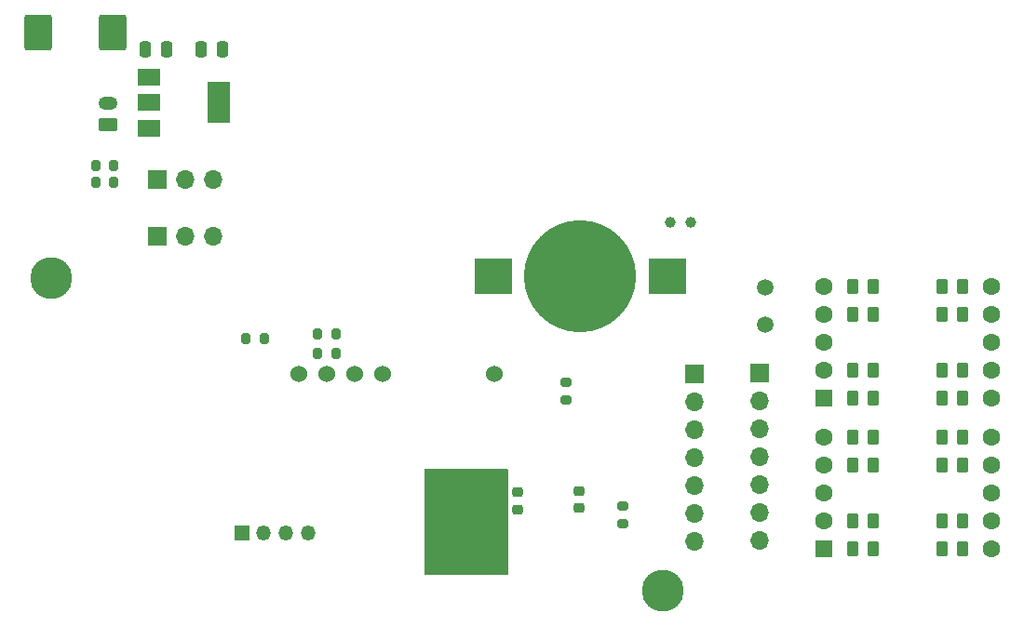
<source format=gbr>
%TF.GenerationSoftware,KiCad,Pcbnew,7.0.1*%
%TF.CreationDate,2023-04-28T19:57:16+03:00*%
%TF.ProjectId,leanometer_esp32,6c65616e-6f6d-4657-9465-725f65737033,R1*%
%TF.SameCoordinates,Original*%
%TF.FileFunction,Soldermask,Bot*%
%TF.FilePolarity,Negative*%
%FSLAX46Y46*%
G04 Gerber Fmt 4.6, Leading zero omitted, Abs format (unit mm)*
G04 Created by KiCad (PCBNEW 7.0.1) date 2023-04-28 19:57:16*
%MOMM*%
%LPD*%
G01*
G04 APERTURE LIST*
G04 Aperture macros list*
%AMRoundRect*
0 Rectangle with rounded corners*
0 $1 Rounding radius*
0 $2 $3 $4 $5 $6 $7 $8 $9 X,Y pos of 4 corners*
0 Add a 4 corners polygon primitive as box body*
4,1,4,$2,$3,$4,$5,$6,$7,$8,$9,$2,$3,0*
0 Add four circle primitives for the rounded corners*
1,1,$1+$1,$2,$3*
1,1,$1+$1,$4,$5*
1,1,$1+$1,$6,$7*
1,1,$1+$1,$8,$9*
0 Add four rect primitives between the rounded corners*
20,1,$1+$1,$2,$3,$4,$5,0*
20,1,$1+$1,$4,$5,$6,$7,0*
20,1,$1+$1,$6,$7,$8,$9,0*
20,1,$1+$1,$8,$9,$2,$3,0*%
G04 Aperture macros list end*
%ADD10C,1.524000*%
%ADD11R,1.700000X1.700000*%
%ADD12O,1.700000X1.700000*%
%ADD13C,3.800000*%
%ADD14R,1.350000X1.350000*%
%ADD15O,1.350000X1.350000*%
%ADD16C,1.000000*%
%ADD17RoundRect,0.200000X-0.200000X-0.275000X0.200000X-0.275000X0.200000X0.275000X-0.200000X0.275000X0*%
%ADD18RoundRect,0.200000X-0.275000X0.200000X-0.275000X-0.200000X0.275000X-0.200000X0.275000X0.200000X0*%
%ADD19RoundRect,0.250000X-0.262500X-0.450000X0.262500X-0.450000X0.262500X0.450000X-0.262500X0.450000X0*%
%ADD20R,3.500000X3.300000*%
%ADD21C,10.200000*%
%ADD22R,2.000000X1.500000*%
%ADD23R,2.000000X3.800000*%
%ADD24RoundRect,0.225000X0.250000X-0.225000X0.250000X0.225000X-0.250000X0.225000X-0.250000X-0.225000X0*%
%ADD25RoundRect,0.250000X0.262500X0.450000X-0.262500X0.450000X-0.262500X-0.450000X0.262500X-0.450000X0*%
%ADD26RoundRect,0.250000X-1.000000X1.400000X-1.000000X-1.400000X1.000000X-1.400000X1.000000X1.400000X0*%
%ADD27RoundRect,0.250000X-0.250000X-0.475000X0.250000X-0.475000X0.250000X0.475000X-0.250000X0.475000X0*%
%ADD28R,1.600000X1.600000*%
%ADD29C,1.600000*%
%ADD30C,1.500000*%
%ADD31RoundRect,0.200000X0.275000X-0.200000X0.275000X0.200000X-0.275000X0.200000X-0.275000X-0.200000X0*%
%ADD32RoundRect,0.200000X0.200000X0.275000X-0.200000X0.275000X-0.200000X-0.275000X0.200000X-0.275000X0*%
%ADD33RoundRect,0.250000X0.625000X-0.350000X0.625000X0.350000X-0.625000X0.350000X-0.625000X-0.350000X0*%
%ADD34O,1.750000X1.200000*%
G04 APERTURE END LIST*
D10*
%TO.C,U8*%
X126873000Y-96520000D03*
X129413000Y-96520000D03*
X131953000Y-96520000D03*
X134493000Y-96520000D03*
X144653000Y-96520000D03*
%TD*%
D11*
%TO.C,J5*%
X114024000Y-84005000D03*
D12*
X116564000Y-84005000D03*
X119104000Y-84005000D03*
%TD*%
D11*
%TO.C,J1*%
X162846000Y-96490000D03*
D12*
X162846000Y-99030000D03*
X162846000Y-101570000D03*
X162846000Y-104110000D03*
X162846000Y-106650000D03*
X162846000Y-109190000D03*
X162846000Y-111730000D03*
%TD*%
D11*
%TO.C,J7*%
X114039000Y-78830000D03*
D12*
X116579000Y-78830000D03*
X119119000Y-78830000D03*
%TD*%
D13*
%TO.C,H1*%
X104394000Y-87757000D03*
%TD*%
D11*
%TO.C,J6*%
X168823500Y-96455000D03*
D12*
X168823500Y-98995000D03*
X168823500Y-101535000D03*
X168823500Y-104075000D03*
X168823500Y-106615000D03*
X168823500Y-109155000D03*
X168823500Y-111695000D03*
%TD*%
D14*
%TO.C,J2*%
X121714000Y-110998000D03*
D15*
X123714000Y-110998000D03*
X125714000Y-110998000D03*
X127714000Y-110998000D03*
%TD*%
D16*
%TO.C,Y1*%
X160650000Y-82700000D03*
X162550000Y-82700000D03*
%TD*%
D13*
%TO.C,H2*%
X160020000Y-116205000D03*
%TD*%
D17*
%TO.C,R7*%
X130238000Y-94615000D03*
X128588000Y-94615000D03*
%TD*%
D18*
%TO.C,R5*%
X156337000Y-108522000D03*
X156337000Y-110172000D03*
%TD*%
D19*
%TO.C,R22*%
X185437000Y-109912000D03*
X187262000Y-109912000D03*
%TD*%
D20*
%TO.C,BT1*%
X144600000Y-87605000D03*
X160400000Y-87605000D03*
D21*
X152500000Y-87605000D03*
%TD*%
D17*
%TO.C,R3*%
X122100500Y-93281500D03*
X123750500Y-93281500D03*
%TD*%
D22*
%TO.C,U1*%
X113289000Y-74130000D03*
X113289000Y-71830000D03*
D23*
X119589000Y-71830000D03*
D22*
X113289000Y-69530000D03*
%TD*%
D24*
%TO.C,C1*%
X146812000Y-108852000D03*
X146812000Y-107302000D03*
%TD*%
D25*
%TO.C,R19*%
X179134000Y-104832000D03*
X177309000Y-104832000D03*
%TD*%
D19*
%TO.C,R26*%
X185437000Y-88586000D03*
X187262000Y-88586000D03*
%TD*%
D26*
%TO.C,D1*%
X103183800Y-65480000D03*
X109983800Y-65480000D03*
%TD*%
D19*
%TO.C,R31*%
X185437000Y-98746000D03*
X187262000Y-98746000D03*
%TD*%
D17*
%TO.C,R8*%
X130238000Y-92837000D03*
X128588000Y-92837000D03*
%TD*%
D27*
%TO.C,C4*%
X118029000Y-67004000D03*
X119929000Y-67004000D03*
%TD*%
D25*
%TO.C,R27*%
X179134000Y-91126000D03*
X177309000Y-91126000D03*
%TD*%
D28*
%TO.C,U6*%
X174612000Y-112462000D03*
D29*
X174612000Y-109922000D03*
X174612000Y-107382000D03*
X174612000Y-104842000D03*
X174612000Y-102302000D03*
X189852000Y-102302000D03*
X189852000Y-104842000D03*
X189852000Y-107382000D03*
X189852000Y-109922000D03*
X189852000Y-112462000D03*
%TD*%
D19*
%TO.C,R25*%
X185437000Y-91126000D03*
X187262000Y-91126000D03*
%TD*%
%TO.C,R17*%
X185437000Y-104832000D03*
X187262000Y-104832000D03*
%TD*%
D25*
%TO.C,R20*%
X179134000Y-109912000D03*
X177309000Y-109912000D03*
%TD*%
D19*
%TO.C,R30*%
X185437000Y-96206000D03*
X187262000Y-96206000D03*
%TD*%
D28*
%TO.C,U7*%
X174612000Y-98758000D03*
D29*
X174612000Y-96218000D03*
X174612000Y-93678000D03*
X174612000Y-91138000D03*
X174612000Y-88598000D03*
X189852000Y-88598000D03*
X189852000Y-91138000D03*
X189852000Y-93678000D03*
X189852000Y-96218000D03*
X189852000Y-98758000D03*
%TD*%
D25*
%TO.C,R29*%
X179109500Y-98746000D03*
X177284500Y-98746000D03*
%TD*%
D30*
%TO.C,R15*%
X169331500Y-88664000D03*
X169331500Y-92064000D03*
%TD*%
D25*
%TO.C,R32*%
X179134000Y-88586000D03*
X177309000Y-88586000D03*
%TD*%
D27*
%TO.C,C2*%
X112949000Y-67004000D03*
X114849000Y-67004000D03*
%TD*%
D17*
%TO.C,R1*%
X108400400Y-77570400D03*
X110050400Y-77570400D03*
%TD*%
D25*
%TO.C,R21*%
X179134000Y-112452000D03*
X177309000Y-112452000D03*
%TD*%
D19*
%TO.C,R18*%
X185437000Y-102292000D03*
X187262000Y-102292000D03*
%TD*%
D31*
%TO.C,R6*%
X151200000Y-98925000D03*
X151200000Y-97275000D03*
%TD*%
D19*
%TO.C,R23*%
X185437000Y-112452000D03*
X187262000Y-112452000D03*
%TD*%
D25*
%TO.C,R28*%
X179134000Y-96206000D03*
X177309000Y-96206000D03*
%TD*%
D32*
%TO.C,R2*%
X110050400Y-79094400D03*
X108400400Y-79094400D03*
%TD*%
D25*
%TO.C,R24*%
X179134000Y-102292000D03*
X177309000Y-102292000D03*
%TD*%
D33*
%TO.C,J3*%
X109541800Y-73846000D03*
D34*
X109541800Y-71846000D03*
%TD*%
D24*
%TO.C,C16*%
X152400000Y-108738000D03*
X152400000Y-107188000D03*
%TD*%
G36*
X145861000Y-105172613D02*
G01*
X145906387Y-105218000D01*
X145923000Y-105280000D01*
X145923000Y-114684000D01*
X145906387Y-114746000D01*
X145861000Y-114791387D01*
X145799000Y-114808000D01*
X138427000Y-114808000D01*
X138365000Y-114791387D01*
X138319613Y-114746000D01*
X138303000Y-114684000D01*
X138303000Y-105280000D01*
X138319613Y-105218000D01*
X138365000Y-105172613D01*
X138427000Y-105156000D01*
X145799000Y-105156000D01*
X145861000Y-105172613D01*
G37*
M02*

</source>
